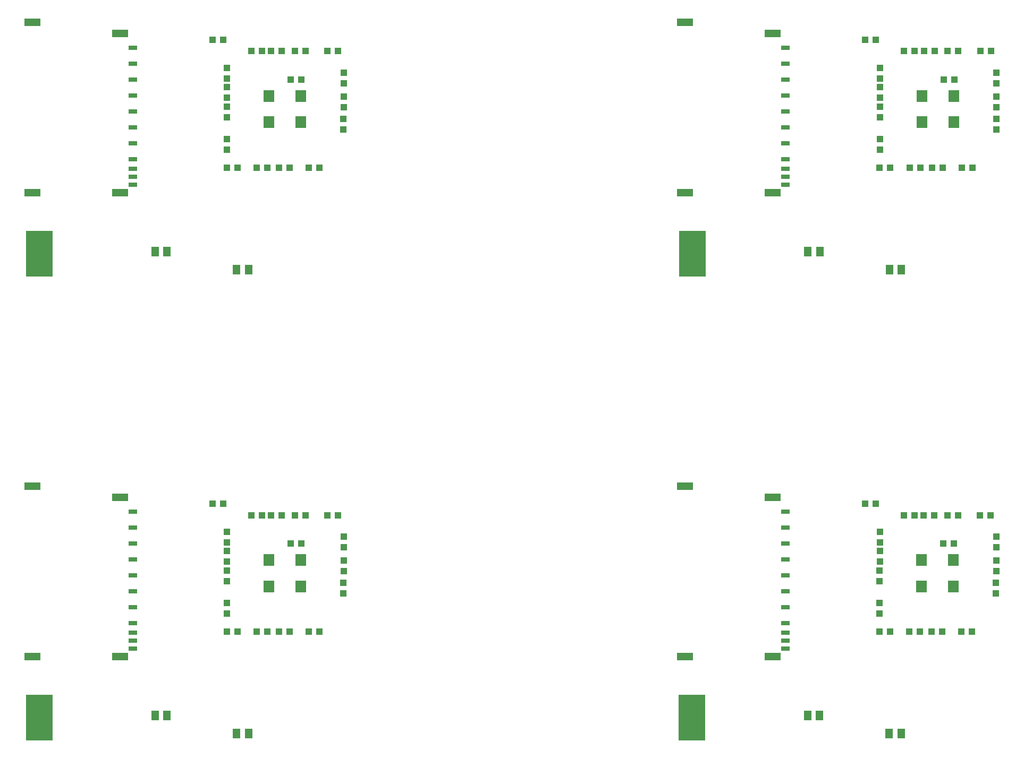
<source format=gbp>
G75*
%MOIN*%
%OFA0B0*%
%FSLAX25Y25*%
%IPPOS*%
%LPD*%
%AMOC8*
5,1,8,0,0,1.08239X$1,22.5*
%
%ADD10R,0.04331X0.03937*%
%ADD11R,0.03937X0.04331*%
%ADD12R,0.05118X0.06299*%
%ADD13R,0.07000X0.07800*%
%ADD14R,0.16500X0.29000*%
%ADD15R,0.05600X0.02800*%
%ADD16R,0.10000X0.05000*%
D10*
X0131891Y0123187D03*
X0138584Y0123187D03*
X0150641Y0123187D03*
X0157334Y0123187D03*
X0164625Y0123266D03*
X0171318Y0123266D03*
X0183297Y0123266D03*
X0189990Y0123266D03*
X0178740Y0178578D03*
X0172047Y0178578D03*
X0174547Y0196312D03*
X0181240Y0196312D03*
X0194938Y0196312D03*
X0201631Y0196312D03*
X0166318Y0196312D03*
X0159625Y0196312D03*
X0153896Y0196312D03*
X0147204Y0196312D03*
X0129521Y0203500D03*
X0122829Y0203500D03*
X0131891Y0414594D03*
X0138584Y0414594D03*
X0150641Y0414594D03*
X0157334Y0414594D03*
X0164625Y0414672D03*
X0171318Y0414672D03*
X0183297Y0414672D03*
X0189990Y0414672D03*
X0178740Y0469984D03*
X0172047Y0469984D03*
X0174547Y0487719D03*
X0181240Y0487719D03*
X0194938Y0487719D03*
X0201631Y0487719D03*
X0166318Y0487719D03*
X0159625Y0487719D03*
X0153896Y0487719D03*
X0147204Y0487719D03*
X0129521Y0494906D03*
X0122829Y0494906D03*
X0532360Y0494906D03*
X0539053Y0494906D03*
X0556735Y0487719D03*
X0563428Y0487719D03*
X0569157Y0487719D03*
X0575850Y0487719D03*
X0584079Y0487719D03*
X0590771Y0487719D03*
X0604469Y0487719D03*
X0611162Y0487719D03*
X0588271Y0469984D03*
X0581579Y0469984D03*
X0580850Y0414672D03*
X0574157Y0414672D03*
X0566865Y0414594D03*
X0560172Y0414594D03*
X0548115Y0414594D03*
X0541422Y0414594D03*
X0592829Y0414672D03*
X0599521Y0414672D03*
X0538896Y0203500D03*
X0532204Y0203500D03*
X0556579Y0196312D03*
X0563271Y0196312D03*
X0569000Y0196312D03*
X0575693Y0196312D03*
X0583922Y0196312D03*
X0590615Y0196312D03*
X0604313Y0196312D03*
X0611006Y0196312D03*
X0588115Y0178578D03*
X0581422Y0178578D03*
X0580693Y0123266D03*
X0574000Y0123266D03*
X0566709Y0123187D03*
X0560016Y0123187D03*
X0547959Y0123187D03*
X0541266Y0123187D03*
X0592672Y0123266D03*
X0599365Y0123266D03*
D11*
X0614378Y0147029D03*
X0614378Y0153721D03*
X0614534Y0161169D03*
X0614534Y0167862D03*
X0614613Y0176091D03*
X0614613Y0182784D03*
X0541488Y0185831D03*
X0541488Y0179138D03*
X0541488Y0173721D03*
X0541488Y0167029D03*
X0541409Y0161378D03*
X0541409Y0154685D03*
X0541409Y0141065D03*
X0541409Y0134372D03*
X0205003Y0147029D03*
X0205003Y0153721D03*
X0205159Y0161169D03*
X0205159Y0167862D03*
X0205237Y0176091D03*
X0205237Y0182784D03*
X0132113Y0185831D03*
X0132113Y0179138D03*
X0132113Y0173721D03*
X0132113Y0167029D03*
X0132034Y0161378D03*
X0132034Y0154685D03*
X0132034Y0141065D03*
X0132034Y0134372D03*
X0132034Y0425779D03*
X0132034Y0432471D03*
X0132034Y0446091D03*
X0132034Y0452784D03*
X0132113Y0458435D03*
X0132113Y0465128D03*
X0132113Y0470544D03*
X0132113Y0477237D03*
X0205237Y0474190D03*
X0205237Y0467497D03*
X0205159Y0459268D03*
X0205159Y0452575D03*
X0205003Y0445128D03*
X0205003Y0438435D03*
X0541566Y0432471D03*
X0541566Y0425779D03*
X0541566Y0446091D03*
X0541566Y0452784D03*
X0541644Y0458435D03*
X0541644Y0465128D03*
X0541644Y0470544D03*
X0541644Y0477237D03*
X0614534Y0445128D03*
X0614691Y0452575D03*
X0614691Y0459268D03*
X0614769Y0467497D03*
X0614769Y0474190D03*
X0614534Y0438435D03*
D12*
X0555071Y0350531D03*
X0547591Y0350531D03*
X0503821Y0361781D03*
X0496341Y0361781D03*
X0145540Y0350531D03*
X0138060Y0350531D03*
X0094290Y0361781D03*
X0086810Y0361781D03*
X0086810Y0070375D03*
X0094290Y0070375D03*
X0138060Y0059125D03*
X0145540Y0059125D03*
X0496185Y0070375D03*
X0503665Y0070375D03*
X0547435Y0059125D03*
X0554915Y0059125D03*
D13*
X0567738Y0151625D03*
X0567738Y0168125D03*
X0587738Y0168125D03*
X0587738Y0151625D03*
X0587894Y0443031D03*
X0587894Y0459531D03*
X0567894Y0459531D03*
X0567894Y0443031D03*
X0178362Y0443031D03*
X0158363Y0443031D03*
X0158363Y0459531D03*
X0178362Y0459531D03*
X0178362Y0168125D03*
X0158363Y0168125D03*
X0158363Y0151625D03*
X0178362Y0151625D03*
D14*
X0014300Y0069031D03*
X0014300Y0360437D03*
X0423831Y0360437D03*
X0423675Y0069031D03*
D15*
X0482300Y0112594D03*
X0482300Y0117594D03*
X0482300Y0122594D03*
X0482300Y0128594D03*
X0482300Y0138594D03*
X0482300Y0148594D03*
X0482300Y0158594D03*
X0482300Y0168594D03*
X0482300Y0178594D03*
X0482300Y0188594D03*
X0482300Y0198594D03*
X0482456Y0404000D03*
X0482456Y0409000D03*
X0482456Y0414000D03*
X0482456Y0420000D03*
X0482456Y0430000D03*
X0482456Y0440000D03*
X0482456Y0450000D03*
X0482456Y0460000D03*
X0482456Y0470000D03*
X0482456Y0480000D03*
X0482456Y0490000D03*
X0072925Y0490000D03*
X0072925Y0480000D03*
X0072925Y0470000D03*
X0072925Y0460000D03*
X0072925Y0450000D03*
X0072925Y0440000D03*
X0072925Y0430000D03*
X0072925Y0420000D03*
X0072925Y0414000D03*
X0072925Y0409000D03*
X0072925Y0404000D03*
X0072925Y0198594D03*
X0072925Y0188594D03*
X0072925Y0178594D03*
X0072925Y0168594D03*
X0072925Y0158594D03*
X0072925Y0148594D03*
X0072925Y0138594D03*
X0072925Y0128594D03*
X0072925Y0122594D03*
X0072925Y0117594D03*
X0072925Y0112594D03*
D16*
X0064925Y0107594D03*
X0009925Y0107594D03*
X0064925Y0207594D03*
X0009925Y0214594D03*
X0009925Y0399000D03*
X0064925Y0399000D03*
X0064925Y0499000D03*
X0009925Y0506000D03*
X0419456Y0506000D03*
X0474456Y0499000D03*
X0474456Y0399000D03*
X0419456Y0399000D03*
X0419300Y0214594D03*
X0474300Y0207594D03*
X0474300Y0107594D03*
X0419300Y0107594D03*
M02*

</source>
